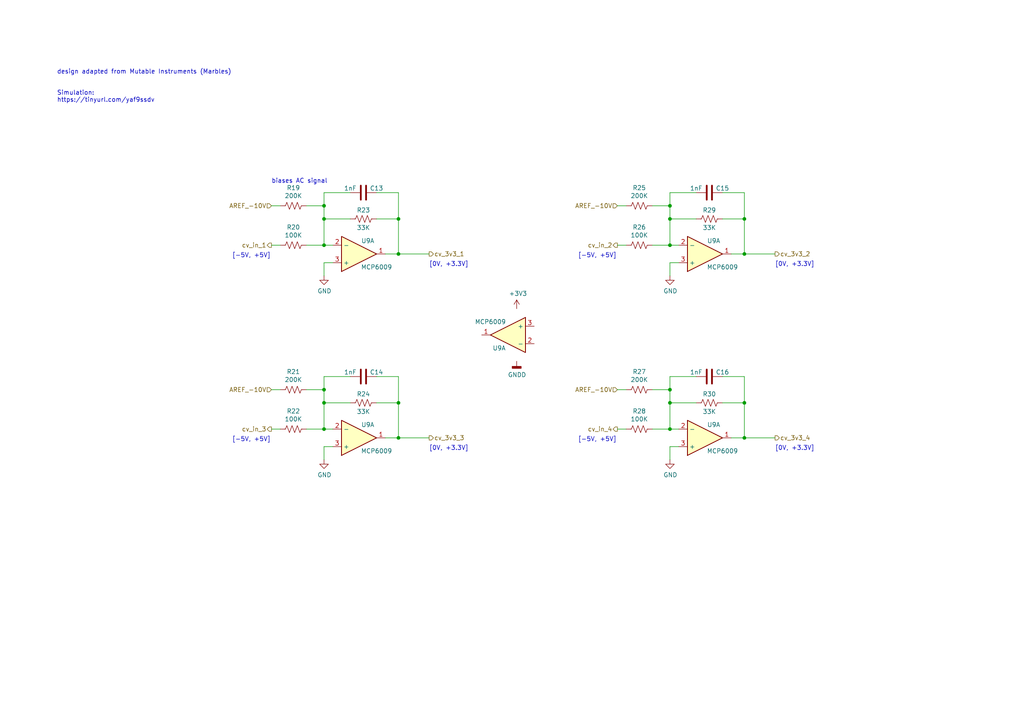
<source format=kicad_sch>
(kicad_sch (version 20211123) (generator eeschema)
  (paper "A4")
  (title_block (title "Big One, Little One") (rev "1") (comment 1 "convert [-5V, 5V] CV to [0V, 3.3V] CV"))
  (lib_symbols
    (symbol "Device:C" (pin_numbers hide) (pin_names (offset 0.254))
      (property "Reference" "C" (at 0.635 2.54 0))
      (property "Value" "C" (at 0.635 -2.54 0))
      (symbol "C_0_1"
        (polyline (pts (xy -2.032 -0.762) (xy 2.032 -0.762)) (stroke (width 0.508)))
        (polyline (pts (xy -2.032 0.762) (xy 2.032 0.762)) (stroke (width 0.508)))
      )
      (symbol "C_1_1"
        (pin passive line (at 0 3.81 270) (length 2.794) (name "~") (number "1"))
        (pin passive line (at 0 -3.81 90) (length 2.794) (name "~") (number "2"))
      )
    )
    (symbol "Device:Opamp_Quad"
      (property "Reference" "U" (at 0 5.08 0))
      (property "Value" "Opamp_Quad" (at 0 -5.08 0))
      (symbol "Opamp_Quad_1_1"
        (polyline (pts (xy -5.08 5.08) (xy 5.08 0) (xy -5.08 -5.08) (xy -5.08 5.08)) (stroke (width 0.254)) (fill (type background)))
        (pin output line (at 7.62 0 180) (length 2.54) (name "~") (number "1"))
        (pin input line (at -7.62 -2.54 0) (length 2.54) (name "-") (number "2"))
        (pin input line (at -7.62 2.54 0) (length 2.54) (name "+") (number "3"))
      )
      (symbol "Opamp_Quad_2_1"
        (polyline (pts (xy -5.08 5.08) (xy 5.08 0) (xy -5.08 -5.08) (xy -5.08 5.08)) (stroke (width 0.254)) (fill (type background)))
        (pin input line (at -7.62 2.54 0) (length 2.54) (name "+") (number "5"))
        (pin input line (at -7.62 -2.54 0) (length 2.54) (name "-") (number "6"))
        (pin output line (at 7.62 0 180) (length 2.54) (name "~") (number "7"))
      )
      (symbol "Opamp_Quad_3_1"
        (polyline (pts (xy -5.08 5.08) (xy 5.08 0) (xy -5.08 -5.08) (xy -5.08 5.08)) (stroke (width 0.254)) (fill (type background)))
        (pin input line (at -7.62 2.54 0) (length 2.54) (name "+") (number "10"))
        (pin output line (at 7.62 0 180) (length 2.54) (name "~") (number "8"))
        (pin input line (at -7.62 -2.54 0) (length 2.54) (name "-") (number "9"))
      )
      (symbol "Opamp_Quad_4_1"
        (polyline (pts (xy -5.08 5.08) (xy 5.08 0) (xy -5.08 -5.08) (xy -5.08 5.08)) (stroke (width 0.254)) (fill (type background)))
        (pin input line (at -7.62 2.54 0) (length 2.54) (name "+") (number "12"))
        (pin input line (at -7.62 -2.54 0) (length 2.54) (name "-") (number "13"))
        (pin output line (at 7.62 0 180) (length 2.54) (name "~") (number "14"))
      )
      (symbol "Opamp_Quad_5_1"
        (pin power_in line (at -2.54 -7.62 90) (length 3.81) (name "V-") (number "11"))
        (pin power_in line (at -2.54 7.62 270) (length 3.81) (name "V+") (number "4"))
      )
    )
    (symbol "Device:R_US" (pin_numbers hide) (pin_names (offset 0))
      (property "Reference" "R" (at 2.54 0 90))
      (property "Value" "R_US" (at -2.54 0 90))
      (symbol "R_US_0_1"
        (polyline (pts (xy 0 -2.286) (xy 0 -2.54)))
        (polyline (pts (xy 0 2.286) (xy 0 2.54)))
        (polyline (pts (xy 0 -0.762) (xy 1.016 -1.143) (xy 0 -1.524) (xy -1.016 -1.905) (xy 0 -2.286)))
        (polyline (pts (xy 0 0.762) (xy 1.016 0.381) (xy 0 0) (xy -1.016 -0.381) (xy 0 -0.762)))
        (polyline (pts (xy 0 2.286) (xy 1.016 1.905) (xy 0 1.524) (xy -1.016 1.143) (xy 0 0.762)))
      )
      (symbol "R_US_1_1"
        (pin passive line (at 0 3.81 270) (length 1.27) (name "~") (number "1"))
        (pin passive line (at 0 -3.81 90) (length 1.27) (name "~") (number "2"))
      )
    )
    (symbol "power:+3.3V" (power) (pin_names (offset 0))
      (property "Value" "+3.3V" (at 0 3.556 0))
      (symbol "+3.3V_0_1"
        (polyline (pts (xy -0.762 1.27) (xy 0 2.54)))
        (polyline (pts (xy 0 0) (xy 0 2.54)))
        (polyline (pts (xy 0 2.54) (xy 0.762 1.27)))
      )
      (symbol "+3.3V_1_1"
        (pin power_in line (at 0 0 90) (length 0) hide (name "+3V3") (number "1"))
      )
    )
    (symbol "power:GND" (power) (pin_names (offset 0))
      (property "Value" "GND" (at 0 -3.81 0))
      (symbol "GND_0_1"
        (polyline (pts (xy 0 0) (xy 0 -1.27) (xy 1.27 -1.27) (xy 0 -2.54) (xy -1.27 -1.27) (xy 0 -1.27)))
      )
      (symbol "GND_1_1"
        (pin power_in line (at 0 0 270) (length 0) hide (name "GND") (number "1"))
      )
    )
    (symbol "power:GNDD" (power) (pin_names (offset 0))
      (property "Value" "GNDD" (at 0 -3.175 0))
      (symbol "GNDD_0_1"
        (rectangle (start -1.27 -1.524) (end 1.27 -2.032) (stroke (width 0.254)) (fill (type outline)))
        (polyline (pts (xy 0 0) (xy 0 -1.524)))
      )
      (symbol "GNDD_1_1"
        (pin power_in line (at 0 0 270) (length 0) hide (name "GNDD") (number "1"))
      )
    )
  )
  (junction (at 194.31 63.5))
  (junction (at 93.98 116.84))
  (junction (at 115.57 127))
  (junction (at 194.31 113.03))
  (junction (at 194.31 124.46))
  (junction (at 93.98 71.12))
  (junction (at 194.31 71.12))
  (junction (at 215.9 73.66))
  (junction (at 194.31 59.69))
  (junction (at 93.98 63.5))
  (junction (at 215.9 127))
  (junction (at 93.98 113.03))
  (junction (at 215.9 63.5))
  (junction (at 93.98 59.69))
  (junction (at 115.57 73.66))
  (junction (at 194.31 116.84))
  (junction (at 115.57 116.84))
  (junction (at 215.9 116.84))
  (junction (at 93.98 124.46))
  (junction (at 115.57 63.5))
  (wire (pts (xy 209.55 109.22) (xy 215.9 109.22)))
  (wire (pts (xy 194.31 133.35) (xy 194.31 129.54)))
  (wire (pts (xy 212.09 127) (xy 215.9 127)))
  (wire (pts (xy 109.22 63.5) (xy 115.57 63.5)))
  (wire (pts (xy 194.31 116.84) (xy 194.31 113.03)))
  (wire (pts (xy 201.93 116.84) (xy 194.31 116.84)))
  (wire (pts (xy 181.61 113.03) (xy 179.07 113.03)))
  (wire (pts (xy 215.9 127) (xy 224.79 127)))
  (wire (pts (xy 101.6 116.84) (xy 93.98 116.84)))
  (wire (pts (xy 88.9 71.12) (xy 93.98 71.12)))
  (wire (pts (xy 93.98 55.88) (xy 101.6 55.88)))
  (wire (pts (xy 93.98 113.03) (xy 93.98 109.22)))
  (wire (pts (xy 209.55 55.88) (xy 215.9 55.88)))
  (wire (pts (xy 81.28 113.03) (xy 78.74 113.03)))
  (wire (pts (xy 93.98 59.69) (xy 93.98 55.88)))
  (wire (pts (xy 194.31 76.2) (xy 196.85 76.2)))
  (wire (pts (xy 194.31 55.88) (xy 201.93 55.88)))
  (wire (pts (xy 181.61 59.69) (xy 179.07 59.69)))
  (wire (pts (xy 179.07 124.46) (xy 181.61 124.46)))
  (wire (pts (xy 194.31 113.03) (xy 189.23 113.03)))
  (wire (pts (xy 93.98 116.84) (xy 93.98 124.46)))
  (wire (pts (xy 179.07 71.12) (xy 181.61 71.12)))
  (wire (pts (xy 88.9 124.46) (xy 93.98 124.46)))
  (wire (pts (xy 212.09 73.66) (xy 215.9 73.66)))
  (wire (pts (xy 78.74 124.46) (xy 81.28 124.46)))
  (wire (pts (xy 194.31 129.54) (xy 196.85 129.54)))
  (wire (pts (xy 194.31 71.12) (xy 196.85 71.12)))
  (wire (pts (xy 194.31 116.84) (xy 194.31 124.46)))
  (wire (pts (xy 93.98 116.84) (xy 93.98 113.03)))
  (wire (pts (xy 93.98 124.46) (xy 96.52 124.46)))
  (wire (pts (xy 194.31 113.03) (xy 194.31 109.22)))
  (wire (pts (xy 215.9 55.88) (xy 215.9 63.5)))
  (wire (pts (xy 215.9 116.84) (xy 215.9 127)))
  (wire (pts (xy 93.98 133.35) (xy 93.98 129.54)))
  (wire (pts (xy 194.31 59.69) (xy 194.31 55.88)))
  (wire (pts (xy 93.98 71.12) (xy 96.52 71.12)))
  (wire (pts (xy 109.22 116.84) (xy 115.57 116.84)))
  (wire (pts (xy 109.22 55.88) (xy 115.57 55.88)))
  (wire (pts (xy 93.98 76.2) (xy 96.52 76.2)))
  (wire (pts (xy 93.98 59.69) (xy 88.9 59.69)))
  (wire (pts (xy 194.31 80.01) (xy 194.31 76.2)))
  (wire (pts (xy 93.98 109.22) (xy 101.6 109.22)))
  (wire (pts (xy 215.9 73.66) (xy 224.79 73.66)))
  (wire (pts (xy 115.57 109.22) (xy 115.57 116.84)))
  (wire (pts (xy 115.57 127) (xy 124.46 127)))
  (wire (pts (xy 115.57 116.84) (xy 115.57 127)))
  (wire (pts (xy 194.31 63.5) (xy 194.31 59.69)))
  (wire (pts (xy 78.74 71.12) (xy 81.28 71.12)))
  (wire (pts (xy 111.76 127) (xy 115.57 127)))
  (wire (pts (xy 215.9 109.22) (xy 215.9 116.84)))
  (wire (pts (xy 194.31 109.22) (xy 201.93 109.22)))
  (wire (pts (xy 93.98 63.5) (xy 93.98 59.69)))
  (wire (pts (xy 194.31 124.46) (xy 196.85 124.46)))
  (wire (pts (xy 209.55 116.84) (xy 215.9 116.84)))
  (wire (pts (xy 101.6 63.5) (xy 93.98 63.5)))
  (wire (pts (xy 93.98 80.01) (xy 93.98 76.2)))
  (wire (pts (xy 93.98 113.03) (xy 88.9 113.03)))
  (wire (pts (xy 209.55 63.5) (xy 215.9 63.5)))
  (wire (pts (xy 189.23 71.12) (xy 194.31 71.12)))
  (wire (pts (xy 194.31 59.69) (xy 189.23 59.69)))
  (wire (pts (xy 115.57 55.88) (xy 115.57 63.5)))
  (wire (pts (xy 189.23 124.46) (xy 194.31 124.46)))
  (wire (pts (xy 115.57 73.66) (xy 124.46 73.66)))
  (wire (pts (xy 194.31 63.5) (xy 194.31 71.12)))
  (wire (pts (xy 93.98 63.5) (xy 93.98 71.12)))
  (wire (pts (xy 201.93 63.5) (xy 194.31 63.5)))
  (wire (pts (xy 109.22 109.22) (xy 115.57 109.22)))
  (wire (pts (xy 81.28 59.69) (xy 78.74 59.69)))
  (wire (pts (xy 115.57 63.5) (xy 115.57 73.66)))
  (wire (pts (xy 93.98 129.54) (xy 96.52 129.54)))
  (wire (pts (xy 111.76 73.66) (xy 115.57 73.66)))
  (wire (pts (xy 215.9 63.5) (xy 215.9 73.66)))
  (text "biases AC signal" (at 78.74 53.34 0) (effects (font (size 1.27 1.27)) (justify left bottom)))
  (text "[-5V, +5V]\n" (at 67.31 128.27 0) (effects (font (size 1.27 1.27)) (justify left bottom)))
  (text "[0V, +3.3V]" (at 224.79 130.81 0) (effects (font (size 1.27 1.27)) (justify left bottom)))
  (text "[0V, +3.3V]" (at 124.46 130.81 0) (effects (font (size 1.27 1.27)) (justify left bottom)))
  (text "design adapted from Mutable Instruments (Marbles)\n\n\nSimulation:\nhttps://tinyurl.com/yaf9ssdv" (at 16.51 29.845 0) (effects (font (size 1.27 1.27)) (justify left bottom)))
  (text "[0V, +3.3V]" (at 224.79 77.47 0) (effects (font (size 1.27 1.27)) (justify left bottom)))
  (text "[0V, +3.3V]" (at 124.46 77.47 0) (effects (font (size 1.27 1.27)) (justify left bottom)))
  (text "[-5V, +5V]\n" (at 167.64 74.93 0) (effects (font (size 1.27 1.27)) (justify left bottom)))
  (text "[-5V, +5V]\n" (at 67.31 74.93 0) (effects (font (size 1.27 1.27)) (justify left bottom)))
  (text "[-5V, +5V]\n" (at 167.64 128.27 0) (effects (font (size 1.27 1.27)) (justify left bottom)))
  (hierarchical_label "cv_in_4" (shape output) (at 179.07 124.46 180))
  (hierarchical_label "cv_3v3_1" (shape output) (at 124.46 73.66 0))
  (hierarchical_label "AREF_-10V" (shape input) (at 78.74 113.03 180))
  (hierarchical_label "cv_3v3_2" (shape output) (at 224.79 73.66 0))
  (hierarchical_label "cv_in_3" (shape output) (at 78.74 124.46 180))
  (hierarchical_label "AREF_-10V" (shape input) (at 179.07 59.69 180))
  (hierarchical_label "cv_3v3_3" (shape output) (at 124.46 127 0))
  (hierarchical_label "cv_in_2" (shape output) (at 179.07 71.12 180))
  (hierarchical_label "cv_in_1" (shape output) (at 78.74 71.12 180))
  (hierarchical_label "AREF_-10V" (shape input) (at 179.07 113.03 180))
  (hierarchical_label "cv_3v3_4" (shape output) (at 224.79 127 0))
  (hierarchical_label "AREF_-10V" (shape input) (at 78.74 59.69 180))
  (symbol (lib_id "Device:Opamp_Quad") (at 104.14 73.66 0) (mirror x)
    (property "Reference" "U9" (at 106.68 69.85 0))
    (property "Value" "MCP6009" (at 109.22 77.47 0))
    (property "Footprint" "Package_SO:SOIC-14_3.9x8.7mm_P1.27mm" (effects hide))
    (property "mpn" "MCP6009-E/SL" (effects hide))
  )
  (symbol (lib_id "Device:R_US") (at 85.09 71.12 90)
    (property "Reference" "R20" (at 85.09 65.913 90))
    (property "Value" "100K" (at 85.09 68.2244 90))
    (property "Footprint" "Resistor_SMD:R_0805_2012Metric" (effects hide))
    (property "mpn" "AC0805FR-13100KL" (effects hide))
  )
  (symbol (lib_id "Device:R_US") (at 85.09 59.69 270)
    (property "Reference" "R19" (at 85.09 54.483 90))
    (property "Value" "200K" (at 85.09 56.7944 90))
    (property "Footprint" "Resistor_SMD:R_0201_0603Metric" (effects hide))
    (property "mpn" "CRCW0201200KFNED" (effects hide))
  )
  (symbol (lib_id "power:GND") (at 93.98 80.01 0)
    (property "Reference" "#PWR043" (effects hide))
    (property "Value" "GND" (at 94.107 84.4042 0))
  )
  (symbol (lib_id "Device:R_US") (at 105.41 63.5 270)
    (property "Reference" "R23" (at 105.41 60.96 90))
    (property "Value" "33K" (at 105.41 66.04 90))
    (property "Footprint" "Resistor_SMD:R_0603_1608Metric" (effects hide))
    (property "mpn" "AC0603JR-0733KL" (effects hide))
  )
  (symbol (lib_id "Device:C") (at 105.41 55.88 270)
    (property "Reference" "C13" (at 109.22 54.61 90))
    (property "Value" "1nF" (at 101.6 54.61 90))
    (property "Footprint" "Capacitor_SMD:C_0402_1005Metric" (effects hide))
    (property "mpn" "UMK105BJ102MV-F" (effects hide))
  )
  (symbol (lib_id "Device:Opamp_Quad") (at 204.47 73.66 0) (mirror x)
    (property "Reference" "U9" (at 207.01 69.85 0))
    (property "Value" "MCP6009" (at 209.55 77.47 0))
    (property "Footprint" "Package_SO:SOIC-14_3.9x8.7mm_P1.27mm" (effects hide))
    (property "mpn" "MCP6009-E/SL" (effects hide))
  )
  (symbol (lib_id "Device:R_US") (at 185.42 71.12 90)
    (property "Reference" "R26" (at 185.42 65.913 90))
    (property "Value" "100K" (at 185.42 68.2244 90))
    (property "Footprint" "Resistor_SMD:R_0805_2012Metric" (effects hide))
    (property "mpn" "AC0805FR-13100KL" (effects hide))
  )
  (symbol (lib_id "Device:R_US") (at 185.42 59.69 270)
    (property "Reference" "R25" (at 185.42 54.483 90))
    (property "Value" "200K" (at 185.42 56.7944 90))
    (property "Footprint" "Resistor_SMD:R_0201_0603Metric" (effects hide))
    (property "mpn" "CRCW0201200KFNED" (effects hide))
  )
  (symbol (lib_id "power:GND") (at 194.31 80.01 0)
    (property "Reference" "#PWR047" (effects hide))
    (property "Value" "GND" (at 194.437 84.4042 0))
  )
  (symbol (lib_id "Device:R_US") (at 205.74 63.5 270)
    (property "Reference" "R29" (at 205.74 60.96 90))
    (property "Value" "33K" (at 205.74 66.04 90))
    (property "Footprint" "Resistor_SMD:R_0603_1608Metric" (effects hide))
    (property "mpn" "AC0603JR-0733KL" (effects hide))
  )
  (symbol (lib_id "Device:C") (at 205.74 55.88 270)
    (property "Reference" "C15" (at 209.55 54.61 90))
    (property "Value" "1nF" (at 201.93 54.61 90))
    (property "Footprint" "Capacitor_SMD:C_0402_1005Metric" (effects hide))
    (property "mpn" "UMK105BJ102MV-F" (effects hide))
  )
  (symbol (lib_id "Device:Opamp_Quad") (at 104.14 127 0) (mirror x)
    (property "Reference" "U9" (at 106.68 123.19 0))
    (property "Value" "MCP6009" (at 109.22 130.81 0))
    (property "Footprint" "Package_SO:SOIC-14_3.9x8.7mm_P1.27mm" (effects hide))
    (property "mpn" "MCP6009-E/SL" (effects hide))
  )
  (symbol (lib_id "Device:R_US") (at 85.09 124.46 90)
    (property "Reference" "R22" (at 85.09 119.253 90))
    (property "Value" "100K" (at 85.09 121.5644 90))
    (property "Footprint" "Resistor_SMD:R_0805_2012Metric" (effects hide))
    (property "mpn" "AC0805FR-13100KL" (effects hide))
  )
  (symbol (lib_id "Device:R_US") (at 85.09 113.03 270)
    (property "Reference" "R21" (at 85.09 107.823 90))
    (property "Value" "200K" (at 85.09 110.1344 90))
    (property "Footprint" "Resistor_SMD:R_0201_0603Metric" (effects hide))
    (property "mpn" "CRCW0201200KFNED" (effects hide))
  )
  (symbol (lib_id "power:GND") (at 93.98 133.35 0)
    (property "Reference" "#PWR044" (effects hide))
    (property "Value" "GND" (at 94.107 137.7442 0))
  )
  (symbol (lib_id "Device:R_US") (at 105.41 116.84 270)
    (property "Reference" "R24" (at 105.41 114.3 90))
    (property "Value" "33K" (at 105.41 119.38 90))
    (property "Footprint" "Resistor_SMD:R_0603_1608Metric" (effects hide))
    (property "mpn" "AC0603JR-0733KL" (effects hide))
  )
  (symbol (lib_id "Device:C") (at 105.41 109.22 270)
    (property "Reference" "C14" (at 109.22 107.95 90))
    (property "Value" "1nF" (at 101.6 107.95 90))
    (property "Footprint" "Capacitor_SMD:C_0402_1005Metric" (effects hide))
    (property "mpn" "UMK105BJ102MV-F" (effects hide))
  )
  (symbol (lib_id "Device:Opamp_Quad") (at 204.47 127 0) (mirror x)
    (property "Reference" "U9" (at 207.01 123.19 0))
    (property "Value" "MCP6009" (at 209.55 130.81 0))
    (property "Footprint" "Package_SO:SOIC-14_3.9x8.7mm_P1.27mm" (effects hide))
    (property "mpn" "MCP6009-E/SL" (effects hide))
  )
  (symbol (lib_id "Device:R_US") (at 185.42 124.46 90)
    (property "Reference" "R28" (at 185.42 119.253 90))
    (property "Value" "100K" (at 185.42 121.5644 90))
    (property "Footprint" "Resistor_SMD:R_0805_2012Metric" (effects hide))
    (property "mpn" "AC0805FR-13100KL" (effects hide))
  )
  (symbol (lib_id "Device:R_US") (at 185.42 113.03 270)
    (property "Reference" "R27" (at 185.42 107.823 90))
    (property "Value" "200K" (at 185.42 110.1344 90))
    (property "Footprint" "Resistor_SMD:R_0201_0603Metric" (effects hide))
    (property "mpn" "CRCW0201200KFNED" (effects hide))
  )
  (symbol (lib_id "power:GND") (at 194.31 133.35 0)
    (property "Reference" "#PWR048" (effects hide))
    (property "Value" "GND" (at 194.437 137.7442 0))
  )
  (symbol (lib_id "Device:R_US") (at 205.74 116.84 270)
    (property "Reference" "R30" (at 205.74 114.3 90))
    (property "Value" "33K" (at 205.74 119.38 90))
    (property "Footprint" "Resistor_SMD:R_0603_1608Metric" (effects hide))
    (property "mpn" "AC0603JR-0733KL" (effects hide))
  )
  (symbol (lib_id "Device:C") (at 205.74 109.22 270)
    (property "Reference" "C16" (at 209.55 107.95 90))
    (property "Value" "1nF" (at 201.93 107.95 90))
    (property "Footprint" "Capacitor_SMD:C_0402_1005Metric" (effects hide))
    (property "mpn" "UMK105BJ102MV-F" (effects hide))
  )
  (symbol (lib_id "Device:Opamp_Quad") (at 147.32 97.155 0) (mirror y)
    (property "Reference" "U9" (at 144.78 100.965 0))
    (property "Value" "MCP6009" (at 142.24 93.345 0))
    (property "Footprint" "Package_SO:SOIC-14_3.9x8.7mm_P1.27mm" (effects hide))
    (property "mpn" "MCP6009-E/SL" (effects hide))
  )
  (symbol (lib_id "power:+3.3V") (at 149.86 89.535 0)
    (property "Reference" "#PWR045" (effects hide))
    (property "Value" "+3.3V" (at 150.241 85.1408 0))
  )
  (symbol (lib_id "power:GNDD") (at 149.86 104.775 0)
    (property "Reference" "#PWR046" (effects hide))
    (property "Value" "GNDD" (at 149.9616 108.712 0))
  )
)
</source>
